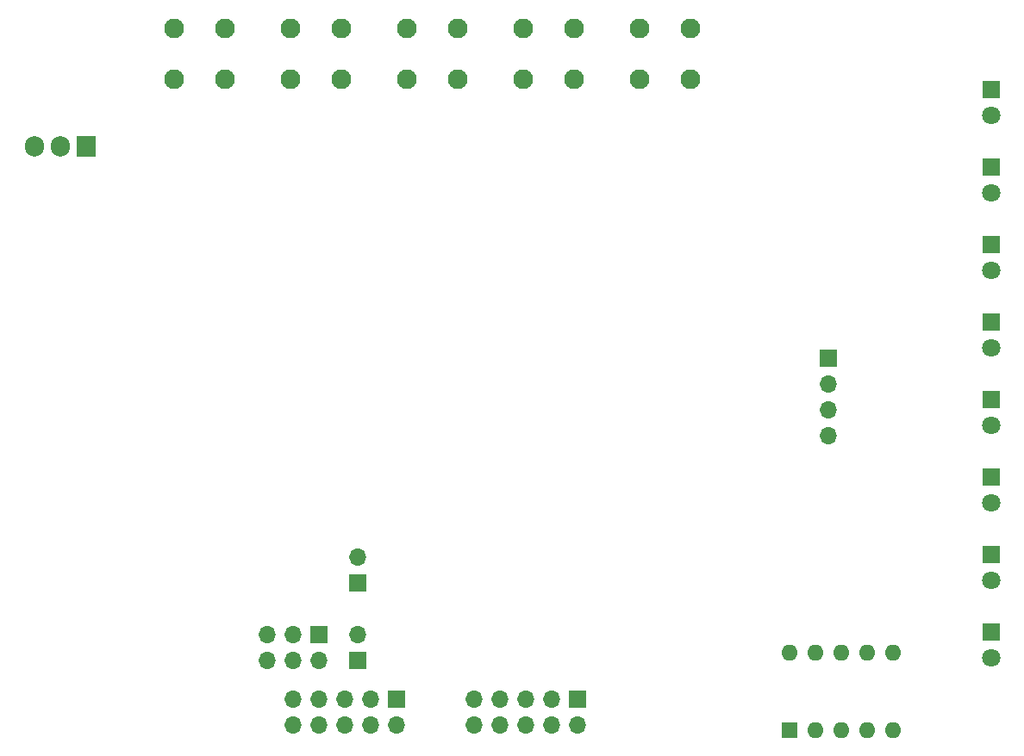
<source format=gbr>
%TF.GenerationSoftware,KiCad,Pcbnew,5.1.10-88a1d61d58~90~ubuntu20.04.1*%
%TF.CreationDate,2021-10-13T16:20:15+02:00*%
%TF.ProjectId,DO8_V1.2,444f385f-5631-42e3-922e-6b696361645f,rev?*%
%TF.SameCoordinates,Original*%
%TF.FileFunction,Soldermask,Bot*%
%TF.FilePolarity,Negative*%
%FSLAX46Y46*%
G04 Gerber Fmt 4.6, Leading zero omitted, Abs format (unit mm)*
G04 Created by KiCad (PCBNEW 5.1.10-88a1d61d58~90~ubuntu20.04.1) date 2021-10-13 16:20:15*
%MOMM*%
%LPD*%
G01*
G04 APERTURE LIST*
%ADD10O,1.700000X1.700000*%
%ADD11R,1.700000X1.700000*%
%ADD12O,1.600000X1.600000*%
%ADD13R,1.600000X1.600000*%
%ADD14O,1.905000X2.000000*%
%ADD15R,1.905000X2.000000*%
%ADD16C,1.950000*%
%ADD17C,1.800000*%
%ADD18R,1.800000X1.800000*%
G04 APERTURE END LIST*
D10*
%TO.C,J1*%
X151788000Y-117488000D03*
X151788000Y-114948000D03*
X151788000Y-112408000D03*
D11*
X151788000Y-109868000D03*
%TD*%
D12*
%TO.C,SW1*%
X147978000Y-138824000D03*
X158138000Y-146444000D03*
X150518000Y-138824000D03*
X155598000Y-146444000D03*
X153058000Y-138824000D03*
X153058000Y-146444000D03*
X155598000Y-138824000D03*
X150518000Y-146444000D03*
X158138000Y-138824000D03*
D13*
X147978000Y-146444000D03*
%TD*%
D14*
%TO.C,Q9*%
X73810000Y-89040000D03*
X76350000Y-89040000D03*
D15*
X78890000Y-89040000D03*
%TD*%
D16*
%TO.C,J11*%
X92526000Y-77436000D03*
X92526000Y-82436000D03*
X87526000Y-77436000D03*
X87526000Y-82436000D03*
%TD*%
%TO.C,J10*%
X138246000Y-77436000D03*
X138246000Y-82436000D03*
X133246000Y-77436000D03*
X133246000Y-82436000D03*
%TD*%
%TO.C,J9*%
X126816000Y-77436000D03*
X126816000Y-82436000D03*
X121816000Y-77436000D03*
X121816000Y-82436000D03*
%TD*%
%TO.C,J8*%
X115386000Y-77436000D03*
X115386000Y-82436000D03*
X110386000Y-77436000D03*
X110386000Y-82436000D03*
%TD*%
%TO.C,J7*%
X103956000Y-77436000D03*
X103956000Y-82436000D03*
X98956000Y-77436000D03*
X98956000Y-82436000D03*
%TD*%
D10*
%TO.C,J6*%
X116990000Y-145936000D03*
X116990000Y-143396000D03*
X119530000Y-145936000D03*
X119530000Y-143396000D03*
X122070000Y-145936000D03*
X122070000Y-143396000D03*
X124610000Y-145936000D03*
X124610000Y-143396000D03*
X127150000Y-145936000D03*
D11*
X127150000Y-143396000D03*
%TD*%
D10*
%TO.C,J5*%
X99210000Y-145936000D03*
X99210000Y-143396000D03*
X101750000Y-145936000D03*
X101750000Y-143396000D03*
X104290000Y-145936000D03*
X104290000Y-143396000D03*
X106830000Y-145936000D03*
X106830000Y-143396000D03*
X109370000Y-145936000D03*
D11*
X109370000Y-143396000D03*
%TD*%
D10*
%TO.C,J4*%
X96670000Y-139586000D03*
X96670000Y-137046000D03*
X99210000Y-139586000D03*
X99210000Y-137046000D03*
X101750000Y-139586000D03*
D11*
X101750000Y-137046000D03*
%TD*%
D10*
%TO.C,J3*%
X105560000Y-129426000D03*
D11*
X105560000Y-131966000D03*
%TD*%
D10*
%TO.C,J2*%
X105560000Y-137046000D03*
D11*
X105560000Y-139586000D03*
%TD*%
D17*
%TO.C,D15*%
X167790000Y-139332000D03*
D18*
X167790000Y-136792000D03*
%TD*%
D17*
%TO.C,D12*%
X167790000Y-131712000D03*
D18*
X167790000Y-129172000D03*
%TD*%
D17*
%TO.C,D10*%
X167790000Y-124092000D03*
D18*
X167790000Y-121552000D03*
%TD*%
D17*
%TO.C,D7*%
X167790000Y-116472000D03*
D18*
X167790000Y-113932000D03*
%TD*%
D17*
%TO.C,D4*%
X167790000Y-108852000D03*
D18*
X167790000Y-106312000D03*
%TD*%
D17*
%TO.C,D3*%
X167790000Y-101232000D03*
D18*
X167790000Y-98692000D03*
%TD*%
D17*
%TO.C,D2*%
X167790000Y-93612000D03*
D18*
X167790000Y-91072000D03*
%TD*%
D17*
%TO.C,D1*%
X167790000Y-85992000D03*
D18*
X167790000Y-83452000D03*
%TD*%
M02*

</source>
